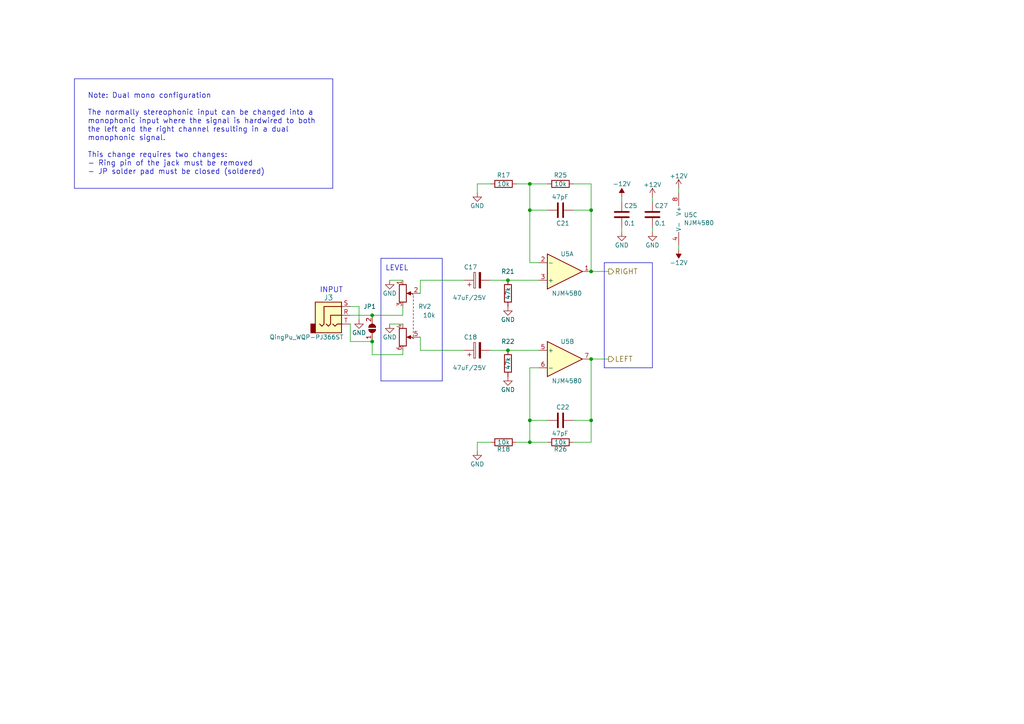
<source format=kicad_sch>
(kicad_sch (version 20230121) (generator eeschema)
  (paper "A4")
  (title_block (title "mixerli") (date "2023-06-30") (rev "2.0.0a") (company "stahllabs") (comment 1 "Copyright 2023 stahl. Licensed under CERN- OHL-S v2 or any later version.") (comment 2 "https://github.com/stahlnow/mixerli") (comment 3 "level control slider and stereo rotary aux send level control.") (comment 4 "Battery powered 10 channel (4x2 + 1x2) stereo mixer featuring stereo input"))
  (lib_symbols
    (symbol "Amplifier_Operational:NJM4580" (pin_names (offset 0.127))
      (property "Reference" "U" (at 0 5.08 0))
      (property "Value" "NJM4580" (at 0 -5.08 0))
      (symbol "NJM4580_1_1"
        (polyline (pts (xy -5.08 5.08) (xy 5.08 0) (xy -5.08 -5.08) (xy -5.08 5.08)) (stroke (width 0.254)) (fill (type background)))
        (pin output line (at 7.62 0 180) (length 2.54) (name "~") (number "1"))
        (pin input line (at -7.62 -2.54 0) (length 2.54) (name "-") (number "2"))
        (pin input line (at -7.62 2.54 0) (length 2.54) (name "+") (number "3"))
      )
      (symbol "NJM4580_2_1"
        (polyline (pts (xy -5.08 5.08) (xy 5.08 0) (xy -5.08 -5.08) (xy -5.08 5.08)) (stroke (width 0.254)) (fill (type background)))
        (pin input line (at -7.62 2.54 0) (length 2.54) (name "+") (number "5"))
        (pin input line (at -7.62 -2.54 0) (length 2.54) (name "-") (number "6"))
        (pin output line (at 7.62 0 180) (length 2.54) (name "~") (number "7"))
      )
      (symbol "NJM4580_3_1"
        (pin power_in line (at -2.54 -7.62 90) (length 3.81) (name "V-") (number "4"))
        (pin power_in line (at -2.54 7.62 270) (length 3.81) (name "V+") (number "8"))
      )
    )
    (symbol "Connector:AudioJack3"
      (property "Reference" "J" (at 0 8.89 0))
      (property "Value" "AudioJack3" (at 0 6.35 0))
      (symbol "AudioJack3_0_1"
        (rectangle (start -5.08 -5.08) (end -6.35 -2.54) (stroke (width 0.254)) (fill (type outline)))
        (polyline (pts (xy 0 -2.54) (xy 0.635 -3.175) (xy 1.27 -2.54) (xy 2.54 -2.54)) (stroke (width 0.254)))
        (polyline (pts (xy -1.905 -2.54) (xy -1.27 -3.175) (xy -0.635 -2.54) (xy -0.635 0) (xy 2.54 0)) (stroke (width 0.254)))
        (polyline (pts (xy 2.54 2.54) (xy -2.54 2.54) (xy -2.54 -2.54) (xy -3.175 -3.175) (xy -3.81 -2.54)) (stroke (width 0.254)))
        (rectangle (start 2.54 3.81) (end -5.08 -5.08) (stroke (width 0.254)) (fill (type background)))
      )
      (symbol "AudioJack3_1_1"
        (pin passive line (at 5.08 0 180) (length 2.54) (name "~") (number "R"))
        (pin passive line (at 5.08 2.54 180) (length 2.54) (name "~") (number "S"))
        (pin passive line (at 5.08 -2.54 180) (length 2.54) (name "~") (number "T"))
      )
    )
    (symbol "Device:C" (pin_numbers hide) (pin_names (offset 0.254))
      (property "Reference" "C" (at 0.635 2.54 0))
      (property "Value" "C" (at 0.635 -2.54 0))
      (symbol "C_0_1"
        (polyline (pts (xy -2.032 -0.762) (xy 2.032 -0.762)) (stroke (width 0.508)))
        (polyline (pts (xy -2.032 0.762) (xy 2.032 0.762)) (stroke (width 0.508)))
      )
      (symbol "C_1_1"
        (pin passive line (at 0 3.81 270) (length 2.794) (name "~") (number "1"))
        (pin passive line (at 0 -3.81 90) (length 2.794) (name "~") (number "2"))
      )
    )
    (symbol "Device:C_Polarized" (pin_numbers hide) (pin_names (offset 0.254))
      (property "Reference" "C" (at 0.635 2.54 0))
      (property "Value" "C_Polarized" (at 0.635 -2.54 0))
      (symbol "C_Polarized_0_1"
        (rectangle (start -2.286 0.508) (end 2.286 1.016))
        (polyline (pts (xy -1.778 2.286) (xy -0.762 2.286)))
        (polyline (pts (xy -1.27 2.794) (xy -1.27 1.778)))
        (rectangle (start 2.286 -0.508) (end -2.286 -1.016) (fill (type outline)))
      )
      (symbol "C_Polarized_1_1"
        (pin passive line (at 0 3.81 270) (length 2.794) (name "~") (number "1"))
        (pin passive line (at 0 -3.81 90) (length 2.794) (name "~") (number "2"))
      )
    )
    (symbol "Device:R" (pin_numbers hide) (pin_names (offset 0))
      (property "Reference" "R" (at 2.032 0 90))
      (property "Value" "R" (at 0 0 90))
      (symbol "R_0_1"
        (rectangle (start -1.016 -2.54) (end 1.016 2.54) (stroke (width 0.254)))
      )
      (symbol "R_1_1"
        (pin passive line (at 0 3.81 270) (length 1.27) (name "~") (number "1"))
        (pin passive line (at 0 -3.81 90) (length 1.27) (name "~") (number "2"))
      )
    )
    (symbol "Device:R_Potentiometer_Dual" (pin_names (offset 1.016) hide)
      (property "Reference" "RV" (at 0 3.81 0))
      (property "Value" "R_Potentiometer_Dual" (at 0 1.905 0))
      (symbol "R_Potentiometer_Dual_0_1"
        (rectangle (start -8.89 -1.524) (end -3.81 -3.556) (stroke (width 0.254)))
        (polyline (pts (xy -6.35 0) (xy -6.35 -1.016)))
        (polyline (pts (xy -6.35 0) (xy -6.35 -1.016)))
        (polyline (pts (xy -6.35 0) (xy -5.842 0.508)))
        (polyline (pts (xy -5.588 0.508) (xy -5.08 0.508)))
        (polyline (pts (xy -4.572 0.508) (xy -4.064 0.508)))
        (polyline (pts (xy -3.556 0.508) (xy -3.048 0.508)))
        (polyline (pts (xy -2.54 0.508) (xy -2.032 0.508)))
        (polyline (pts (xy -1.524 0.508) (xy -1.016 0.508)))
        (polyline (pts (xy -0.508 0.508) (xy 0 0.508)))
        (polyline (pts (xy 0.508 0.508) (xy 1.016 0.508)))
        (polyline (pts (xy 1.524 0.508) (xy 2.032 0.508)))
        (polyline (pts (xy 2.54 0.508) (xy 3.048 0.508)))
        (polyline (pts (xy 3.556 0.508) (xy 4.064 0.508)))
        (polyline (pts (xy 4.572 0.508) (xy 5.08 0.508)))
        (polyline (pts (xy 5.588 0.508) (xy 6.096 0.508)))
        (polyline (pts (xy 6.35 0) (xy 6.35 -1.016)))
        (polyline (pts (xy 6.35 0) (xy 6.35 -1.016)))
        (polyline (pts (xy 6.604 0.508) (xy 6.858 0.508) (xy 6.35 0)))
        (polyline (pts (xy -6.35 -1.397) (xy -6.858 -0.254) (xy -5.842 -0.254) (xy -6.35 -1.397)) (fill (type outline)))
        (polyline (pts (xy 6.35 -1.397) (xy 5.842 -0.254) (xy 6.858 -0.254) (xy 6.35 -1.397)) (fill (type outline)))
        (rectangle (start 3.81 -1.524) (end 8.89 -3.556) (stroke (width 0.254)))
      )
      (symbol "R_Potentiometer_Dual_1_1"
        (pin passive line (at -10.16 -2.54 0) (length 1.27) (name "1") (number "1"))
        (pin passive line (at -6.35 2.54 270) (length 2.54) (name "2") (number "2"))
        (pin passive line (at -2.54 -2.54 180) (length 1.27) (name "3") (number "3"))
        (pin passive line (at 2.54 -2.54 0) (length 1.27) (name "4") (number "4"))
        (pin passive line (at 6.35 2.54 270) (length 2.54) (name "5") (number "5"))
        (pin passive line (at 10.16 -2.54 180) (length 1.27) (name "6") (number "6"))
      )
    )
    (symbol "Jumper:SolderJumper_2_Open" (pin_names (offset 0) hide)
      (property "Reference" "JP" (at 0 2.032 0))
      (property "Value" "SolderJumper_2_Open" (at 0 -2.54 0))
      (symbol "SolderJumper_2_Open_0_1"
        (arc (start -0.254 1.016) (mid -1.2656 0) (end -0.254 -1.016))
        (arc (start -0.254 1.016) (mid -1.2656 0) (end -0.254 -1.016) (fill (type outline)))
        (polyline (pts (xy -0.254 1.016) (xy -0.254 -1.016)))
        (polyline (pts (xy 0.254 1.016) (xy 0.254 -1.016)))
        (arc (start 0.254 -1.016) (mid 1.2656 0) (end 0.254 1.016))
        (arc (start 0.254 -1.016) (mid 1.2656 0) (end 0.254 1.016) (fill (type outline)))
      )
      (symbol "SolderJumper_2_Open_1_1"
        (pin passive line (at -3.81 0 0) (length 2.54) (name "A") (number "1"))
        (pin passive line (at 3.81 0 180) (length 2.54) (name "B") (number "2"))
      )
    )
    (symbol "power:+12V" (power) (pin_names (offset 0))
      (property "Value" "+12V" (at 0 3.556 0))
      (symbol "+12V_0_1"
        (polyline (pts (xy -0.762 1.27) (xy 0 2.54)))
        (polyline (pts (xy 0 0) (xy 0 2.54)))
        (polyline (pts (xy 0 2.54) (xy 0.762 1.27)))
      )
      (symbol "+12V_1_1"
        (pin power_in line (at 0 0 90) (length 0) hide (name "+12V") (number "1"))
      )
    )
    (symbol "power:-12V" (power) (pin_names (offset 0))
      (property "Value" "-12V" (at 0 3.81 0))
      (symbol "-12V_0_0"
        (pin power_in line (at 0 0 90) (length 0) hide (name "-12V") (number "1"))
      )
      (symbol "-12V_0_1"
        (polyline (pts (xy 0 0) (xy 0 1.27) (xy 0.762 1.27) (xy 0 2.54) (xy -0.762 1.27) (xy 0 1.27)) (fill (type outline)))
      )
    )
    (symbol "power:GND" (power) (pin_names (offset 0))
      (property "Value" "GND" (at 0 -3.81 0))
      (symbol "GND_0_1"
        (polyline (pts (xy 0 0) (xy 0 -1.27) (xy 1.27 -1.27) (xy 0 -2.54) (xy -1.27 -1.27) (xy 0 -1.27)))
      )
      (symbol "GND_1_1"
        (pin power_in line (at 0 0 270) (length 0) hide (name "GND") (number "1"))
      )
    )
  )
  (junction (at 153.67 128.27))
  (junction (at 147.32 81.28))
  (junction (at 171.45 60.96))
  (junction (at 153.67 60.96))
  (junction (at 171.45 78.74))
  (junction (at 171.45 121.92))
  (junction (at 171.45 104.14))
  (junction (at 153.67 53.34))
  (junction (at 147.32 101.6))
  (junction (at 107.95 91.44))
  (junction (at 153.67 121.92))
  (junction (at 107.95 99.06))
  (wire (pts (xy 153.67 121.92) (xy 153.67 128.27)))
  (wire (pts (xy 166.37 53.34) (xy 171.45 53.34)))
  (wire (pts (xy 138.43 130.81) (xy 138.43 128.27)))
  (wire (pts (xy 138.43 55.88) (xy 138.43 53.34)))
  (wire (pts (xy 107.95 102.87) (xy 116.84 102.87)))
  (wire (pts (xy 196.85 55.88) (xy 196.85 54.61)))
  (wire (pts (xy 121.92 101.6) (xy 134.62 101.6)))
  (polyline (pts (xy 175.26 106.68) (xy 189.23 106.68)))
  (wire (pts (xy 101.6 93.98) (xy 101.6 99.06)))
  (wire (pts (xy 180.34 57.15) (xy 180.34 58.42)))
  (wire (pts (xy 189.23 57.15) (xy 189.23 58.42)))
  (wire (pts (xy 153.67 60.96) (xy 153.67 76.2)))
  (wire (pts (xy 113.03 81.28) (xy 116.84 81.28)))
  (wire (pts (xy 171.45 78.74) (xy 176.53 78.74)))
  (polyline (pts (xy 189.23 76.2) (xy 175.26 76.2)))
  (wire (pts (xy 104.14 88.9) (xy 104.14 92.71)))
  (wire (pts (xy 180.34 66.04) (xy 180.34 67.31)))
  (wire (pts (xy 149.86 128.27) (xy 153.67 128.27)))
  (wire (pts (xy 147.32 81.28) (xy 156.21 81.28)))
  (wire (pts (xy 101.6 99.06) (xy 107.95 99.06)))
  (wire (pts (xy 153.67 53.34) (xy 158.75 53.34)))
  (polyline (pts (xy 175.26 76.2) (xy 175.26 106.68)))
  (wire (pts (xy 107.95 91.44) (xy 116.84 91.44)))
  (wire (pts (xy 121.92 85.09) (xy 121.92 81.28)))
  (wire (pts (xy 171.45 121.92) (xy 171.45 128.27)))
  (polyline (pts (xy 110.49 110.49) (xy 128.27 110.49)))
  (wire (pts (xy 171.45 53.34) (xy 171.45 60.96)))
  (wire (pts (xy 189.23 66.04) (xy 189.23 67.31)))
  (wire (pts (xy 121.92 97.79) (xy 121.92 101.6)))
  (wire (pts (xy 153.67 106.68) (xy 156.21 106.68)))
  (polyline (pts (xy 96.52 54.61) (xy 21.59 54.61)))
  (polyline (pts (xy 21.59 22.86) (xy 21.59 54.61)))
  (polyline (pts (xy 189.23 106.68) (xy 189.23 76.2)))
  (wire (pts (xy 171.45 104.14) (xy 176.53 104.14)))
  (wire (pts (xy 142.24 101.6) (xy 147.32 101.6)))
  (wire (pts (xy 171.45 128.27) (xy 166.37 128.27)))
  (polyline (pts (xy 96.52 54.61) (xy 96.52 22.86)))
  (wire (pts (xy 196.85 71.12) (xy 196.85 72.39)))
  (wire (pts (xy 142.24 81.28) (xy 147.32 81.28)))
  (wire (pts (xy 153.67 53.34) (xy 153.67 60.96)))
  (wire (pts (xy 149.86 53.34) (xy 153.67 53.34)))
  (polyline (pts (xy 110.49 74.93) (xy 110.49 110.49)))
  (wire (pts (xy 153.67 128.27) (xy 158.75 128.27)))
  (wire (pts (xy 166.37 121.92) (xy 171.45 121.92)))
  (wire (pts (xy 121.92 81.28) (xy 134.62 81.28)))
  (polyline (pts (xy 96.52 22.86) (xy 21.59 22.86)))
  (wire (pts (xy 171.45 104.14) (xy 171.45 121.92)))
  (wire (pts (xy 107.95 99.06) (xy 107.95 102.87)))
  (wire (pts (xy 116.84 91.44) (xy 116.84 88.9)))
  (polyline (pts (xy 128.27 74.93) (xy 110.49 74.93)))
  (wire (pts (xy 158.75 60.96) (xy 153.67 60.96)))
  (wire (pts (xy 116.84 93.98) (xy 113.03 93.98)))
  (wire (pts (xy 101.6 91.44) (xy 107.95 91.44)))
  (wire (pts (xy 147.32 101.6) (xy 156.21 101.6)))
  (wire (pts (xy 138.43 53.34) (xy 142.24 53.34)))
  (polyline (pts (xy 128.27 110.49) (xy 128.27 74.93)))
  (wire (pts (xy 153.67 76.2) (xy 156.21 76.2)))
  (wire (pts (xy 104.14 88.9) (xy 101.6 88.9)))
  (wire (pts (xy 153.67 106.68) (xy 153.67 121.92)))
  (wire (pts (xy 116.84 102.87) (xy 116.84 101.6)))
  (wire (pts (xy 158.75 121.92) (xy 153.67 121.92)))
  (wire (pts (xy 166.37 60.96) (xy 171.45 60.96)))
  (wire (pts (xy 171.45 60.96) (xy 171.45 78.74)))
  (wire (pts (xy 138.43 128.27) (xy 142.24 128.27)))
  (text "INPUT" (at 92.71 85.09 0) (effects (font (size 1.524 1.524)) (justify left bottom)))
  (text "LEVEL" (at 111.76 78.74 0) (effects (font (size 1.524 1.524)) (justify left bottom)))
  (text "Note: Dual mono configuration\n\nThe normally stereophonic input can be changed into a\nmonophonic input where the signal is hardwired to both\nthe left and the right channel resulting in a dual \nmonophonic signal.\n\nThis change requires two changes:\n- Ring pin of the jack must be removed\n- JP solder pad must be closed (soldered)" (at 25.4 50.8 0) (effects (font (size 1.524 1.524)) (justify left bottom)))
  (hierarchical_label "LEFT" (shape output) (at 176.53 104.14 0) (effects (font (size 1.524 1.524))))
  (hierarchical_label "RIGHT" (shape output) (at 176.53 78.74 0) (effects (font (size 1.524 1.524))))
  (symbol (lib_id "power:GND") (at 113.03 81.28 0) (unit 1)
    (property "Reference" "#PWR037" (effects hide))
    (property "Value" "GND" (at 113.03 85.09 0))
    (instances (project "mixerli" (path "" (reference "#PWR037") (unit 1)) (path "" (reference "#PWR052") (unit 1)) (path "" (reference "#PWR065") (unit 1)) (path "" (reference "#PWR086") (unit 1)) (path "" (reference "#PWR099") (unit 1))))
  )
  (symbol (lib_id "power:GND") (at 113.03 93.98 0) (unit 1)
    (property "Reference" "#PWR038" (effects hide))
    (property "Value" "GND" (at 113.03 97.79 0))
    (instances (project "mixerli" (path "" (reference "#PWR038") (unit 1)) (path "" (reference "#PWR053") (unit 1)) (path "" (reference "#PWR067") (unit 1)) (path "" (reference "#PWR087") (unit 1)) (path "" (reference "#PWR0100") (unit 1))))
  )
  (symbol (lib_id "Device:C") (at 189.23 62.23 0) (unit 1)
    (property "Reference" "C27" (at 189.865 59.69 0) (effects (justify left)))
    (property "Value" "0.1" (at 189.865 64.77 0) (effects (justify left)))
    (property "Footprint" "Capacitor_SMD:C_1206_3216Metric" (effects hide))
    (instances (project "mixerli" (path "" (reference "C27") (unit 1)) (path "" (reference "C28") (unit 1)) (path "" (reference "C34") (unit 1)) (path "" (reference "C40") (unit 1)) (path "" (reference "C46") (unit 1))))
  )
  (symbol (lib_id "Device:C") (at 180.34 62.23 0) (unit 1)
    (property "Reference" "C25" (at 180.975 59.69 0) (effects (justify left)))
    (property "Value" "0.1" (at 180.975 64.77 0) (effects (justify left)))
    (property "Footprint" "Capacitor_SMD:C_1206_3216Metric" (effects hide))
    (instances (project "mixerli" (path "" (reference "C25") (unit 1)) (path "" (reference "C26") (unit 1)) (path "" (reference "C33") (unit 1)) (path "" (reference "C39") (unit 1)) (path "" (reference "C45") (unit 1))))
  )
  (symbol (lib_id "power:GND") (at 189.23 67.31 0) (unit 1)
    (property "Reference" "#PWR048" (effects hide))
    (property "Value" "GND" (at 189.23 71.12 0))
    (instances (project "mixerli" (path "" (reference "#PWR048") (unit 1)) (path "" (reference "#PWR061") (unit 1)) (path "" (reference "#PWR082") (unit 1)) (path "" (reference "#PWR095") (unit 1)) (path "" (reference "#PWR0110") (unit 1))))
  )
  (symbol (lib_id "power:GND") (at 180.34 67.31 0) (unit 1)
    (property "Reference" "#PWR045" (effects hide))
    (property "Value" "GND" (at 180.34 71.12 0))
    (instances (project "mixerli" (path "" (reference "#PWR045") (unit 1)) (path "" (reference "#PWR059") (unit 1)) (path "" (reference "#PWR080") (unit 1)) (path "" (reference "#PWR093") (unit 1)) (path "" (reference "#PWR0108") (unit 1))))
  )
  (symbol (lib_id "Device:R_Potentiometer_Dual") (at 119.38 91.44 270) (unit 1)
    (property "Reference" "RV2" (at 123.19 88.9 90))
    (property "Value" "10k" (at 124.46 91.44 90))
    (property "Footprint" "stahllabs:RS451121400A" (effects hide))
    (instances (project "mixerli" (path "" (reference "RV2") (unit 1)) (path "" (reference "RV3") (unit 1)) (path "" (reference "RV4") (unit 1)) (path "" (reference "RV9") (unit 1)) (path "" (reference "RV10") (unit 1))))
  )
  (symbol (lib_id "power:GND") (at 147.32 109.22 0) (unit 1)
    (property "Reference" "#PWR043" (effects hide))
    (property "Value" "GND" (at 147.32 113.03 0))
    (instances (project "mixerli" (path "" (reference "#PWR043") (unit 1)) (path "" (reference "#PWR057") (unit 1)) (path "" (reference "#PWR071") (unit 1)) (path "" (reference "#PWR091") (unit 1)) (path "" (reference "#PWR0104") (unit 1))))
  )
  (symbol (lib_id "power:GND") (at 147.32 88.9 0) (unit 1)
    (property "Reference" "#PWR042" (effects hide))
    (property "Value" "GND" (at 147.32 92.71 0))
    (instances (project "mixerli" (path "" (reference "#PWR042") (unit 1)) (path "" (reference "#PWR056") (unit 1)) (path "" (reference "#PWR070") (unit 1)) (path "" (reference "#PWR090") (unit 1)) (path "" (reference "#PWR0103") (unit 1))))
  )
  (symbol (lib_id "Device:R") (at 147.32 105.41 180) (unit 1)
    (property "Reference" "R22" (at 147.32 99.06 0))
    (property "Value" "47k" (at 147.32 105.41 90))
    (property "Footprint" "Resistor_SMD:R_1206_3216Metric" (effects hide))
    (instances (project "mixerli" (path "" (reference "R22") (unit 1)) (path "" (reference "R24") (unit 1)) (path "" (reference "R32") (unit 1)) (path "" (reference "R56") (unit 1)) (path "" (reference "R62") (unit 1))))
  )
  (symbol (lib_id "Device:R") (at 147.32 85.09 180) (unit 1)
    (property "Reference" "R21" (at 147.32 78.74 0))
    (property "Value" "47k" (at 147.32 85.09 90))
    (property "Footprint" "Resistor_SMD:R_1206_3216Metric" (effects hide))
    (instances (project "mixerli" (path "" (reference "R21") (unit 1)) (path "" (reference "R23") (unit 1)) (path "" (reference "R31") (unit 1)) (path "" (reference "R55") (unit 1)) (path "" (reference "R61") (unit 1))))
  )
  (symbol (lib_id "power:GND") (at 138.43 130.81 0) (unit 1)
    (property "Reference" "#PWR041" (effects hide))
    (property "Value" "GND" (at 138.43 134.62 0))
    (instances (project "mixerli" (path "" (reference "#PWR041") (unit 1)) (path "" (reference "#PWR055") (unit 1)) (path "" (reference "#PWR069") (unit 1)) (path "" (reference "#PWR089") (unit 1)) (path "" (reference "#PWR0102") (unit 1))))
  )
  (symbol (lib_id "Device:R") (at 146.05 128.27 270) (unit 1)
    (property "Reference" "R18" (at 146.05 130.302 90))
    (property "Value" "10k" (at 146.05 128.27 90))
    (property "Footprint" "Resistor_SMD:R_1206_3216Metric" (effects hide))
    (instances (project "mixerli" (path "" (reference "R18") (unit 1)) (path "" (reference "R20") (unit 1)) (path "" (reference "R30") (unit 1)) (path "" (reference "R54") (unit 1)) (path "" (reference "R60") (unit 1))))
  )
  (symbol (lib_id "power:GND") (at 138.43 55.88 0) (unit 1)
    (property "Reference" "#PWR039" (effects hide))
    (property "Value" "GND" (at 138.43 59.69 0))
    (instances (project "mixerli" (path "" (reference "#PWR039") (unit 1)) (path "" (reference "#PWR054") (unit 1)) (path "" (reference "#PWR068") (unit 1)) (path "" (reference "#PWR088") (unit 1)) (path "" (reference "#PWR0101") (unit 1))))
  )
  (symbol (lib_id "Device:R") (at 146.05 53.34 270) (unit 1)
    (property "Reference" "R17" (at 146.05 50.8 90))
    (property "Value" "10k" (at 146.05 53.34 90))
    (property "Footprint" "Resistor_SMD:R_1206_3216Metric" (effects hide))
    (instances (project "mixerli" (path "" (reference "R17") (unit 1)) (path "" (reference "R19") (unit 1)) (path "" (reference "R29") (unit 1)) (path "" (reference "R53") (unit 1)) (path "" (reference "R59") (unit 1))))
  )
  (symbol (lib_id "Device:C") (at 162.56 121.92 270) (unit 1)
    (property "Reference" "C22" (at 161.29 118.11 90) (effects (justify left)))
    (property "Value" "47pF" (at 160.02 125.73 90) (effects (justify left)))
    (property "Footprint" "Capacitor_SMD:C_1206_3216Metric" (effects hide))
    (instances (project "mixerli" (path "" (reference "C22") (unit 1)) (path "" (reference "C24") (unit 1)) (path "" (reference "C32") (unit 1)) (path "" (reference "C38") (unit 1)) (path "" (reference "C44") (unit 1))))
  )
  (symbol (lib_id "Device:C") (at 162.56 60.96 270) (unit 1)
    (property "Reference" "C21" (at 161.29 64.77 90) (effects (justify left)))
    (property "Value" "47pF" (at 160.02 57.15 90) (effects (justify left)))
    (property "Footprint" "Capacitor_SMD:C_1206_3216Metric" (effects hide))
    (instances (project "mixerli" (path "" (reference "C21") (unit 1)) (path "" (reference "C23") (unit 1)) (path "" (reference "C31") (unit 1)) (path "" (reference "C37") (unit 1)) (path "" (reference "C43") (unit 1))))
  )
  (symbol (lib_id "Device:R") (at 162.56 128.27 270) (unit 1)
    (property "Reference" "R26" (at 162.56 130.302 90))
    (property "Value" "10k" (at 162.56 128.27 90))
    (property "Footprint" "Resistor_SMD:R_1206_3216Metric" (effects hide))
    (instances (project "mixerli" (path "" (reference "R26") (unit 1)) (path "" (reference "R28") (unit 1)) (path "" (reference "R34") (unit 1)) (path "" (reference "R58") (unit 1)) (path "" (reference "R64") (unit 1))))
  )
  (symbol (lib_id "Device:R") (at 162.56 53.34 270) (unit 1)
    (property "Reference" "R25" (at 162.56 50.8 90))
    (property "Value" "10k" (at 162.56 53.34 90))
    (property "Footprint" "Resistor_SMD:R_1206_3216Metric" (effects hide))
    (instances (project "mixerli" (path "" (reference "R25") (unit 1)) (path "" (reference "R27") (unit 1)) (path "" (reference "R33") (unit 1)) (path "" (reference "R57") (unit 1)) (path "" (reference "R63") (unit 1))))
  )
  (symbol (lib_id "Amplifier_Operational:NJM4580") (at 163.83 104.14 0) (unit 2)
    (property "Reference" "U5" (at 162.56 99.06 0) (effects (justify left)))
    (property "Value" "NJM4580" (at 160.02 110.49 0) (effects (justify left)))
    (property "Footprint" "Package_SO:SOIC-8_3.9x4.9mm_P1.27mm" (effects hide))
    (property "MFN" "NJM4580E-TE1" (effects hide))
    (instances (project "mixerli" (path "" (reference "U5") (unit 2)) (path "" (reference "U6") (unit 2)) (path "" (reference "U7") (unit 2)) (path "" (reference "U8") (unit 2)) (path "" (reference "U9") (unit 2))))
  )
  (symbol (lib_id "Amplifier_Operational:NJM4580") (at 163.83 78.74 0) (mirror x) (unit 1)
    (property "Reference" "U5" (at 162.56 73.66 0) (effects (justify left)))
    (property "Value" "NJM4580" (at 160.02 85.09 0) (effects (justify left)))
    (property "Footprint" "Package_SO:SOIC-8_3.9x4.9mm_P1.27mm" (effects hide))
    (property "MFN" "NJM4580E-TE1" (effects hide))
    (instances (project "mixerli" (path "" (reference "U5") (unit 1)) (path "" (reference "U6") (unit 1)) (path "" (reference "U7") (unit 1)) (path "" (reference "U8") (unit 1)) (path "" (reference "U9") (unit 1))))
  )
  (symbol (lib_id "power:GND") (at 104.14 92.71 0) (unit 1)
    (property "Reference" "#PWR036" (effects hide))
    (property "Value" "GND" (at 104.14 96.52 0))
    (instances (project "mixerli" (path "" (reference "#PWR036") (unit 1)) (path "" (reference "#PWR051") (unit 1)) (path "" (reference "#PWR064") (unit 1)) (path "" (reference "#PWR085") (unit 1)) (path "" (reference "#PWR098") (unit 1))))
  )
  (symbol (lib_id "Connector:AudioJack3") (at 96.52 91.44 0) (unit 1)
    (property "Reference" "J3" (at 95.25 86.36 0) (effects (font (size 1.524 1.524))))
    (property "Value" "QingPu_WQP-PJ366ST" (at 88.9 97.79 0))
    (property "Footprint" "stahllabs:Jack_3.5mm_QingPu_WQP-PJ366ST_Vertical" (effects hide))
    (instances (project "mixerli" (path "" (reference "J3") (unit 1)) (path "" (reference "J4") (unit 1)) (path "" (reference "J5") (unit 1)) (path "" (reference "J6") (unit 1)) (path "" (reference "J7") (unit 1))))
  )
  (symbol (lib_id "Device:C_Polarized") (at 138.43 81.28 90) (unit 1)
    (property "Reference" "C17" (at 138.43 77.47 90) (effects (justify left)))
    (property "Value" "47uF/25V" (at 140.97 86.36 90) (effects (justify left)))
    (property "Footprint" "Capacitor_SMD:CP_Elec_5x5.8" (effects hide))
    (instances (project "mixerli" (path "" (reference "C17") (unit 1)) (path "" (reference "C19") (unit 1)) (path "" (reference "C29") (unit 1)) (path "" (reference "C35") (unit 1)) (path "" (reference "C41") (unit 1))))
  )
  (symbol (lib_id "Device:C_Polarized") (at 138.43 101.6 90) (unit 1)
    (property "Reference" "C18" (at 138.43 97.79 90) (effects (justify left)))
    (property "Value" "47uF/25V" (at 140.97 106.68 90) (effects (justify left)))
    (property "Footprint" "Capacitor_SMD:CP_Elec_5x5.8" (effects hide))
    (instances (project "mixerli" (path "" (reference "C18") (unit 1)) (path "" (reference "C20") (unit 1)) (path "" (reference "C30") (unit 1)) (path "" (reference "C36") (unit 1)) (path "" (reference "C42") (unit 1))))
  )
  (symbol (lib_id "power:-12V") (at 180.34 57.15 0) (unit 1)
    (property "Reference" "#PWR044" (effects hide))
    (property "Value" "-12V" (at 180.34 53.34 0))
    (instances (project "mixerli" (path "" (reference "#PWR044") (unit 1)) (path "" (reference "#PWR058") (unit 1)) (path "" (reference "#PWR073") (unit 1)) (path "" (reference "#PWR092") (unit 1)) (path "" (reference "#PWR0105") (unit 1))))
  )
  (symbol (lib_id "power:+12V") (at 189.23 57.15 0) (unit 1)
    (property "Reference" "#PWR046" (effects hide))
    (property "Value" "+12V" (at 189.23 53.594 0))
    (instances (project "mixerli" (path "" (reference "#PWR046") (unit 1)) (path "" (reference "#PWR060") (unit 1)) (path "" (reference "#PWR081") (unit 1)) (path "" (reference "#PWR094") (unit 1)) (path "" (reference "#PWR0109") (unit 1))))
  )
  (symbol (lib_id "power:-12V") (at 196.85 72.39 180) (unit 1)
    (property "Reference" "#PWR050" (effects hide))
    (property "Value" "-12V" (at 196.85 76.2 0))
    (instances (project "mixerli" (path "" (reference "#PWR050") (unit 1)) (path "" (reference "#PWR063") (unit 1)) (path "" (reference "#PWR084") (unit 1)) (path "" (reference "#PWR097") (unit 1)) (path "" (reference "#PWR0112") (unit 1))))
  )
  (symbol (lib_id "power:+12V") (at 196.85 54.61 0) (unit 1)
    (property "Reference" "#PWR049" (effects hide))
    (property "Value" "+12V" (at 196.85 51.054 0))
    (instances (project "mixerli" (path "" (reference "#PWR049") (unit 1)) (path "" (reference "#PWR062") (unit 1)) (path "" (reference "#PWR083") (unit 1)) (path "" (reference "#PWR096") (unit 1)) (path "" (reference "#PWR0111") (unit 1))))
  )
  (symbol (lib_id "Amplifier_Operational:NJM4580") (at 199.39 63.5 0) (unit 3)
    (property "Reference" "U5" (at 198.3232 62.3316 0) (effects (justify left)))
    (property "Value" "NJM4580" (at 198.3232 64.643 0) (effects (justify left)))
    (property "Footprint" "Package_SO:SOIC-8_3.9x4.9mm_P1.27mm" (effects hide))
    (property "Datasheet" "http://www.njr.com/semicon/PDF/NJM4580_E.pdf" (effects hide))
    (instances (project "mixerli" (path "" (reference "U5") (unit 3)) (path "" (reference "U6") (unit 3)) (path "" (reference "U7") (unit 3)) (path "" (reference "U8") (unit 3)) (path "" (reference "U9") (unit 3))))
  )
  (symbol (lib_id "Jumper:SolderJumper_2_Open") (at 107.95 95.25 270) (mirror x) (unit 1)
    (property "Reference" "JP1" (at 105.41 88.9 90) (effects (justify left)))
    (property "Value" "SolderJumper_2_Open" (effects hide))
    (property "Footprint" "Jumper:SolderJumper-2_P1.3mm_Open_TrianglePad1.0x1.5mm" (effects hide))
    (instances (project "mixerli" (path "" (reference "JP1") (unit 1)) (path "" (reference "JP2") (unit 1)) (path "" (reference "JP3") (unit 1)) (path "" (reference "JP4") (unit 1)) (path "" (reference "JP5") (unit 1))))
  )
)
</source>
